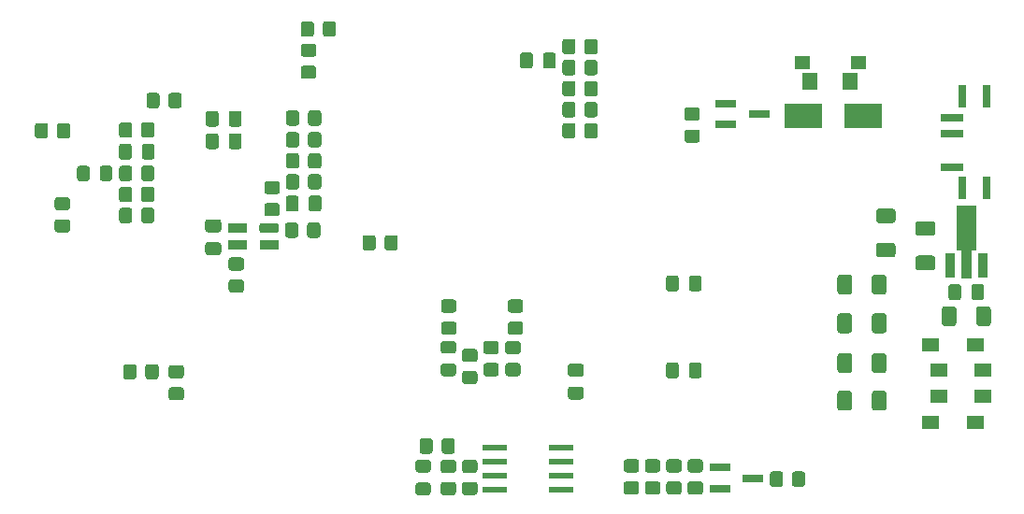
<source format=gtp>
G04 #@! TF.GenerationSoftware,KiCad,Pcbnew,(5.1.8)-1*
G04 #@! TF.CreationDate,2021-07-21T13:57:44+02:00*
G04 #@! TF.ProjectId,sensactHsNano,73656e73-6163-4744-9873-4e616e6f2e6b,rev?*
G04 #@! TF.SameCoordinates,Original*
G04 #@! TF.FileFunction,Paste,Top*
G04 #@! TF.FilePolarity,Positive*
%FSLAX46Y46*%
G04 Gerber Fmt 4.6, Leading zero omitted, Abs format (unit mm)*
G04 Created by KiCad (PCBNEW (5.1.8)-1) date 2021-07-21 13:57:44*
%MOMM*%
%LPD*%
G01*
G04 APERTURE LIST*
%ADD10R,0.800000X2.000000*%
%ADD11R,2.000000X0.700000*%
%ADD12R,1.600000X1.200000*%
%ADD13R,2.200000X0.600000*%
%ADD14C,0.100000*%
%ADD15R,0.900000X2.300000*%
%ADD16R,1.900000X0.800000*%
%ADD17R,3.500000X2.300000*%
%ADD18R,1.400000X1.200000*%
%ADD19R,1.400000X1.600000*%
%ADD20R,1.750000X0.900000*%
G04 APERTURE END LIST*
G36*
G01*
X156953000Y-110674999D02*
X156953000Y-111575001D01*
G75*
G02*
X156703001Y-111825000I-249999J0D01*
G01*
X156002999Y-111825000D01*
G75*
G02*
X155753000Y-111575001I0J249999D01*
G01*
X155753000Y-110674999D01*
G75*
G02*
X156002999Y-110425000I249999J0D01*
G01*
X156703001Y-110425000D01*
G75*
G02*
X156953000Y-110674999I0J-249999D01*
G01*
G37*
G36*
G01*
X158953000Y-110674999D02*
X158953000Y-111575001D01*
G75*
G02*
X158703001Y-111825000I-249999J0D01*
G01*
X158002999Y-111825000D01*
G75*
G02*
X157753000Y-111575001I0J249999D01*
G01*
X157753000Y-110674999D01*
G75*
G02*
X158002999Y-110425000I249999J0D01*
G01*
X158703001Y-110425000D01*
G75*
G02*
X158953000Y-110674999I0J-249999D01*
G01*
G37*
G36*
G01*
X156953000Y-112579999D02*
X156953000Y-113480001D01*
G75*
G02*
X156703001Y-113730000I-249999J0D01*
G01*
X156002999Y-113730000D01*
G75*
G02*
X155753000Y-113480001I0J249999D01*
G01*
X155753000Y-112579999D01*
G75*
G02*
X156002999Y-112330000I249999J0D01*
G01*
X156703001Y-112330000D01*
G75*
G02*
X156953000Y-112579999I0J-249999D01*
G01*
G37*
G36*
G01*
X158953000Y-112579999D02*
X158953000Y-113480001D01*
G75*
G02*
X158703001Y-113730000I-249999J0D01*
G01*
X158002999Y-113730000D01*
G75*
G02*
X157753000Y-113480001I0J249999D01*
G01*
X157753000Y-112579999D01*
G75*
G02*
X158002999Y-112330000I249999J0D01*
G01*
X158703001Y-112330000D01*
G75*
G02*
X158953000Y-112579999I0J-249999D01*
G01*
G37*
D10*
X191930000Y-120126400D03*
X191930000Y-111826400D03*
X194140000Y-111826400D03*
X194140000Y-120126400D03*
D11*
X191030000Y-113726400D03*
X191030000Y-115226400D03*
X191030000Y-118226400D03*
G36*
G01*
X125787999Y-128416000D02*
X126688001Y-128416000D01*
G75*
G02*
X126938000Y-128665999I0J-249999D01*
G01*
X126938000Y-129366001D01*
G75*
G02*
X126688001Y-129616000I-249999J0D01*
G01*
X125787999Y-129616000D01*
G75*
G02*
X125538000Y-129366001I0J249999D01*
G01*
X125538000Y-128665999D01*
G75*
G02*
X125787999Y-128416000I249999J0D01*
G01*
G37*
G36*
G01*
X125787999Y-126416000D02*
X126688001Y-126416000D01*
G75*
G02*
X126938000Y-126665999I0J-249999D01*
G01*
X126938000Y-127366001D01*
G75*
G02*
X126688001Y-127616000I-249999J0D01*
G01*
X125787999Y-127616000D01*
G75*
G02*
X125538000Y-127366001I0J249999D01*
G01*
X125538000Y-126665999D01*
G75*
G02*
X125787999Y-126416000I249999J0D01*
G01*
G37*
D12*
X193820800Y-138988800D03*
X189820800Y-138988800D03*
X189109600Y-141325600D03*
X193109600Y-141325600D03*
G36*
G01*
X187970398Y-126249000D02*
X189270402Y-126249000D01*
G75*
G02*
X189520400Y-126498998I0J-249998D01*
G01*
X189520400Y-127324002D01*
G75*
G02*
X189270402Y-127574000I-249998J0D01*
G01*
X187970398Y-127574000D01*
G75*
G02*
X187720400Y-127324002I0J249998D01*
G01*
X187720400Y-126498998D01*
G75*
G02*
X187970398Y-126249000I249998J0D01*
G01*
G37*
G36*
G01*
X187970398Y-123124000D02*
X189270402Y-123124000D01*
G75*
G02*
X189520400Y-123373998I0J-249998D01*
G01*
X189520400Y-124199002D01*
G75*
G02*
X189270402Y-124449000I-249998J0D01*
G01*
X187970398Y-124449000D01*
G75*
G02*
X187720400Y-124199002I0J249998D01*
G01*
X187720400Y-123373998D01*
G75*
G02*
X187970398Y-123124000I249998J0D01*
G01*
G37*
D13*
X149603200Y-147447000D03*
X149603200Y-146177000D03*
X149603200Y-144907000D03*
X149603200Y-143637000D03*
X155603200Y-143637000D03*
X155603200Y-144907000D03*
X155603200Y-146177000D03*
X155603200Y-147447000D03*
D14*
G36*
X193195300Y-121693400D02*
G01*
X193195300Y-125818400D01*
X192778800Y-125818400D01*
X192778800Y-128293400D01*
X191878800Y-128293400D01*
X191878800Y-125818400D01*
X191462300Y-125818400D01*
X191462300Y-121693400D01*
X193195300Y-121693400D01*
G37*
D15*
X193828800Y-127143400D03*
X190828800Y-127143400D03*
D16*
X173000800Y-146405600D03*
X170000800Y-147355600D03*
X170000800Y-145455600D03*
G36*
G01*
X168242401Y-145904000D02*
X167342399Y-145904000D01*
G75*
G02*
X167092400Y-145654001I0J249999D01*
G01*
X167092400Y-144953999D01*
G75*
G02*
X167342399Y-144704000I249999J0D01*
G01*
X168242401Y-144704000D01*
G75*
G02*
X168492400Y-144953999I0J-249999D01*
G01*
X168492400Y-145654001D01*
G75*
G02*
X168242401Y-145904000I-249999J0D01*
G01*
G37*
G36*
G01*
X168242401Y-147904000D02*
X167342399Y-147904000D01*
G75*
G02*
X167092400Y-147654001I0J249999D01*
G01*
X167092400Y-146953999D01*
G75*
G02*
X167342399Y-146704000I249999J0D01*
G01*
X168242401Y-146704000D01*
G75*
G02*
X168492400Y-146953999I0J-249999D01*
G01*
X168492400Y-147654001D01*
G75*
G02*
X168242401Y-147904000I-249999J0D01*
G01*
G37*
G36*
G01*
X165411999Y-144704000D02*
X166312001Y-144704000D01*
G75*
G02*
X166562000Y-144953999I0J-249999D01*
G01*
X166562000Y-145654001D01*
G75*
G02*
X166312001Y-145904000I-249999J0D01*
G01*
X165411999Y-145904000D01*
G75*
G02*
X165162000Y-145654001I0J249999D01*
G01*
X165162000Y-144953999D01*
G75*
G02*
X165411999Y-144704000I249999J0D01*
G01*
G37*
G36*
G01*
X165411999Y-146704000D02*
X166312001Y-146704000D01*
G75*
G02*
X166562000Y-146953999I0J-249999D01*
G01*
X166562000Y-147654001D01*
G75*
G02*
X166312001Y-147904000I-249999J0D01*
G01*
X165411999Y-147904000D01*
G75*
G02*
X165162000Y-147654001I0J249999D01*
G01*
X165162000Y-146953999D01*
G75*
G02*
X165411999Y-146704000I249999J0D01*
G01*
G37*
G36*
G01*
X175739600Y-146057199D02*
X175739600Y-146957201D01*
G75*
G02*
X175489601Y-147207200I-249999J0D01*
G01*
X174789599Y-147207200D01*
G75*
G02*
X174539600Y-146957201I0J249999D01*
G01*
X174539600Y-146057199D01*
G75*
G02*
X174789599Y-145807200I249999J0D01*
G01*
X175489601Y-145807200D01*
G75*
G02*
X175739600Y-146057199I0J-249999D01*
G01*
G37*
G36*
G01*
X177739600Y-146057199D02*
X177739600Y-146957201D01*
G75*
G02*
X177489601Y-147207200I-249999J0D01*
G01*
X176789599Y-147207200D01*
G75*
G02*
X176539600Y-146957201I0J249999D01*
G01*
X176539600Y-146057199D01*
G75*
G02*
X176789599Y-145807200I249999J0D01*
G01*
X177489601Y-145807200D01*
G75*
G02*
X177739600Y-146057199I0J-249999D01*
G01*
G37*
G36*
G01*
X163481599Y-144704000D02*
X164381601Y-144704000D01*
G75*
G02*
X164631600Y-144953999I0J-249999D01*
G01*
X164631600Y-145654001D01*
G75*
G02*
X164381601Y-145904000I-249999J0D01*
G01*
X163481599Y-145904000D01*
G75*
G02*
X163231600Y-145654001I0J249999D01*
G01*
X163231600Y-144953999D01*
G75*
G02*
X163481599Y-144704000I249999J0D01*
G01*
G37*
G36*
G01*
X163481599Y-146704000D02*
X164381601Y-146704000D01*
G75*
G02*
X164631600Y-146953999I0J-249999D01*
G01*
X164631600Y-147654001D01*
G75*
G02*
X164381601Y-147904000I-249999J0D01*
G01*
X163481599Y-147904000D01*
G75*
G02*
X163231600Y-147654001I0J249999D01*
G01*
X163231600Y-146953999D01*
G75*
G02*
X163481599Y-146704000I249999J0D01*
G01*
G37*
G36*
G01*
X145890401Y-145954800D02*
X144990399Y-145954800D01*
G75*
G02*
X144740400Y-145704801I0J249999D01*
G01*
X144740400Y-145004799D01*
G75*
G02*
X144990399Y-144754800I249999J0D01*
G01*
X145890401Y-144754800D01*
G75*
G02*
X146140400Y-145004799I0J-249999D01*
G01*
X146140400Y-145704801D01*
G75*
G02*
X145890401Y-145954800I-249999J0D01*
G01*
G37*
G36*
G01*
X145890401Y-147954800D02*
X144990399Y-147954800D01*
G75*
G02*
X144740400Y-147704801I0J249999D01*
G01*
X144740400Y-147004799D01*
G75*
G02*
X144990399Y-146754800I249999J0D01*
G01*
X145890401Y-146754800D01*
G75*
G02*
X146140400Y-147004799I0J-249999D01*
G01*
X146140400Y-147704801D01*
G75*
G02*
X145890401Y-147954800I-249999J0D01*
G01*
G37*
G36*
G01*
X161551199Y-144704000D02*
X162451201Y-144704000D01*
G75*
G02*
X162701200Y-144953999I0J-249999D01*
G01*
X162701200Y-145654001D01*
G75*
G02*
X162451201Y-145904000I-249999J0D01*
G01*
X161551199Y-145904000D01*
G75*
G02*
X161301200Y-145654001I0J249999D01*
G01*
X161301200Y-144953999D01*
G75*
G02*
X161551199Y-144704000I249999J0D01*
G01*
G37*
G36*
G01*
X161551199Y-146704000D02*
X162451201Y-146704000D01*
G75*
G02*
X162701200Y-146953999I0J-249999D01*
G01*
X162701200Y-147654001D01*
G75*
G02*
X162451201Y-147904000I-249999J0D01*
G01*
X161551199Y-147904000D01*
G75*
G02*
X161301200Y-147654001I0J249999D01*
G01*
X161301200Y-146953999D01*
G75*
G02*
X161551199Y-146704000I249999J0D01*
G01*
G37*
G36*
G01*
X144824400Y-143960001D02*
X144824400Y-143059999D01*
G75*
G02*
X145074399Y-142810000I249999J0D01*
G01*
X145774401Y-142810000D01*
G75*
G02*
X146024400Y-143059999I0J-249999D01*
G01*
X146024400Y-143960001D01*
G75*
G02*
X145774401Y-144210000I-249999J0D01*
G01*
X145074399Y-144210000D01*
G75*
G02*
X144824400Y-143960001I0J249999D01*
G01*
G37*
G36*
G01*
X142824400Y-143960001D02*
X142824400Y-143059999D01*
G75*
G02*
X143074399Y-142810000I249999J0D01*
G01*
X143774401Y-142810000D01*
G75*
G02*
X144024400Y-143059999I0J-249999D01*
G01*
X144024400Y-143960001D01*
G75*
G02*
X143774401Y-144210000I-249999J0D01*
G01*
X143074399Y-144210000D01*
G75*
G02*
X142824400Y-143960001I0J249999D01*
G01*
G37*
G36*
G01*
X147820801Y-145954800D02*
X146920799Y-145954800D01*
G75*
G02*
X146670800Y-145704801I0J249999D01*
G01*
X146670800Y-145004799D01*
G75*
G02*
X146920799Y-144754800I249999J0D01*
G01*
X147820801Y-144754800D01*
G75*
G02*
X148070800Y-145004799I0J-249999D01*
G01*
X148070800Y-145704801D01*
G75*
G02*
X147820801Y-145954800I-249999J0D01*
G01*
G37*
G36*
G01*
X147820801Y-147954800D02*
X146920799Y-147954800D01*
G75*
G02*
X146670800Y-147704801I0J249999D01*
G01*
X146670800Y-147004799D01*
G75*
G02*
X146920799Y-146754800I249999J0D01*
G01*
X147820801Y-146754800D01*
G75*
G02*
X148070800Y-147004799I0J-249999D01*
G01*
X148070800Y-147704801D01*
G75*
G02*
X147820801Y-147954800I-249999J0D01*
G01*
G37*
G36*
G01*
X148851199Y-135985200D02*
X149751201Y-135985200D01*
G75*
G02*
X150001200Y-136235199I0J-249999D01*
G01*
X150001200Y-136935201D01*
G75*
G02*
X149751201Y-137185200I-249999J0D01*
G01*
X148851199Y-137185200D01*
G75*
G02*
X148601200Y-136935201I0J249999D01*
G01*
X148601200Y-136235199D01*
G75*
G02*
X148851199Y-135985200I249999J0D01*
G01*
G37*
G36*
G01*
X148851199Y-133985200D02*
X149751201Y-133985200D01*
G75*
G02*
X150001200Y-134235199I0J-249999D01*
G01*
X150001200Y-134935201D01*
G75*
G02*
X149751201Y-135185200I-249999J0D01*
G01*
X148851199Y-135185200D01*
G75*
G02*
X148601200Y-134935201I0J249999D01*
G01*
X148601200Y-134235199D01*
G75*
G02*
X148851199Y-133985200I249999J0D01*
G01*
G37*
G36*
G01*
X151732401Y-135185200D02*
X150832399Y-135185200D01*
G75*
G02*
X150582400Y-134935201I0J249999D01*
G01*
X150582400Y-134235199D01*
G75*
G02*
X150832399Y-133985200I249999J0D01*
G01*
X151732401Y-133985200D01*
G75*
G02*
X151982400Y-134235199I0J-249999D01*
G01*
X151982400Y-134935201D01*
G75*
G02*
X151732401Y-135185200I-249999J0D01*
G01*
G37*
G36*
G01*
X151732401Y-137185200D02*
X150832399Y-137185200D01*
G75*
G02*
X150582400Y-136935201I0J249999D01*
G01*
X150582400Y-136235199D01*
G75*
G02*
X150832399Y-135985200I249999J0D01*
G01*
X151732401Y-135985200D01*
G75*
G02*
X151982400Y-136235199I0J-249999D01*
G01*
X151982400Y-136935201D01*
G75*
G02*
X151732401Y-137185200I-249999J0D01*
G01*
G37*
G36*
G01*
X147820801Y-135896400D02*
X146920799Y-135896400D01*
G75*
G02*
X146670800Y-135646401I0J249999D01*
G01*
X146670800Y-134946399D01*
G75*
G02*
X146920799Y-134696400I249999J0D01*
G01*
X147820801Y-134696400D01*
G75*
G02*
X148070800Y-134946399I0J-249999D01*
G01*
X148070800Y-135646401D01*
G75*
G02*
X147820801Y-135896400I-249999J0D01*
G01*
G37*
G36*
G01*
X147820801Y-137896400D02*
X146920799Y-137896400D01*
G75*
G02*
X146670800Y-137646401I0J249999D01*
G01*
X146670800Y-136946399D01*
G75*
G02*
X146920799Y-136696400I249999J0D01*
G01*
X147820801Y-136696400D01*
G75*
G02*
X148070800Y-136946399I0J-249999D01*
G01*
X148070800Y-137646401D01*
G75*
G02*
X147820801Y-137896400I-249999J0D01*
G01*
G37*
D12*
X189128400Y-134315200D03*
X193128400Y-134315200D03*
X193820800Y-136652000D03*
X189820800Y-136652000D03*
G36*
G01*
X142704399Y-146804800D02*
X143604401Y-146804800D01*
G75*
G02*
X143854400Y-147054799I0J-249999D01*
G01*
X143854400Y-147704801D01*
G75*
G02*
X143604401Y-147954800I-249999J0D01*
G01*
X142704399Y-147954800D01*
G75*
G02*
X142454400Y-147704801I0J249999D01*
G01*
X142454400Y-147054799D01*
G75*
G02*
X142704399Y-146804800I249999J0D01*
G01*
G37*
G36*
G01*
X142704399Y-144754800D02*
X143604401Y-144754800D01*
G75*
G02*
X143854400Y-145004799I0J-249999D01*
G01*
X143854400Y-145654801D01*
G75*
G02*
X143604401Y-145904800I-249999J0D01*
G01*
X142704399Y-145904800D01*
G75*
G02*
X142454400Y-145654801I0J249999D01*
G01*
X142454400Y-145004799D01*
G75*
G02*
X142704399Y-144754800I249999J0D01*
G01*
G37*
G36*
G01*
X145890401Y-135135200D02*
X144990399Y-135135200D01*
G75*
G02*
X144740400Y-134885201I0J249999D01*
G01*
X144740400Y-134235199D01*
G75*
G02*
X144990399Y-133985200I249999J0D01*
G01*
X145890401Y-133985200D01*
G75*
G02*
X146140400Y-134235199I0J-249999D01*
G01*
X146140400Y-134885201D01*
G75*
G02*
X145890401Y-135135200I-249999J0D01*
G01*
G37*
G36*
G01*
X145890401Y-137185200D02*
X144990399Y-137185200D01*
G75*
G02*
X144740400Y-136935201I0J249999D01*
G01*
X144740400Y-136285199D01*
G75*
G02*
X144990399Y-136035200I249999J0D01*
G01*
X145890401Y-136035200D01*
G75*
G02*
X146140400Y-136285199I0J-249999D01*
G01*
X146140400Y-136935201D01*
G75*
G02*
X145890401Y-137185200I-249999J0D01*
G01*
G37*
G36*
G01*
X191878800Y-129090400D02*
X191878800Y-130040400D01*
G75*
G02*
X191628800Y-130290400I-250000J0D01*
G01*
X190953800Y-130290400D01*
G75*
G02*
X190703800Y-130040400I0J250000D01*
G01*
X190703800Y-129090400D01*
G75*
G02*
X190953800Y-128840400I250000J0D01*
G01*
X191628800Y-128840400D01*
G75*
G02*
X191878800Y-129090400I0J-250000D01*
G01*
G37*
G36*
G01*
X193953800Y-129090400D02*
X193953800Y-130040400D01*
G75*
G02*
X193703800Y-130290400I-250000J0D01*
G01*
X193028800Y-130290400D01*
G75*
G02*
X192778800Y-130040400I0J250000D01*
G01*
X192778800Y-129090400D01*
G75*
G02*
X193028800Y-128840400I250000J0D01*
G01*
X193703800Y-128840400D01*
G75*
G02*
X193953800Y-129090400I0J-250000D01*
G01*
G37*
G36*
G01*
X191428800Y-131099798D02*
X191428800Y-132399802D01*
G75*
G02*
X191178802Y-132649800I-249998J0D01*
G01*
X190353798Y-132649800D01*
G75*
G02*
X190103800Y-132399802I0J249998D01*
G01*
X190103800Y-131099798D01*
G75*
G02*
X190353798Y-130849800I249998J0D01*
G01*
X191178802Y-130849800D01*
G75*
G02*
X191428800Y-131099798I0J-249998D01*
G01*
G37*
G36*
G01*
X194553800Y-131099798D02*
X194553800Y-132399802D01*
G75*
G02*
X194303802Y-132649800I-249998J0D01*
G01*
X193478798Y-132649800D01*
G75*
G02*
X193228800Y-132399802I0J249998D01*
G01*
X193228800Y-131099798D01*
G75*
G02*
X193478798Y-130849800I249998J0D01*
G01*
X194303802Y-130849800D01*
G75*
G02*
X194553800Y-131099798I0J-249998D01*
G01*
G37*
D17*
X182976500Y-113588800D03*
X177576500Y-113588800D03*
G36*
G01*
X131934000Y-113341999D02*
X131934000Y-114242001D01*
G75*
G02*
X131684001Y-114492000I-249999J0D01*
G01*
X130983999Y-114492000D01*
G75*
G02*
X130734000Y-114242001I0J249999D01*
G01*
X130734000Y-113341999D01*
G75*
G02*
X130983999Y-113092000I249999J0D01*
G01*
X131684001Y-113092000D01*
G75*
G02*
X131934000Y-113341999I0J-249999D01*
G01*
G37*
G36*
G01*
X133934000Y-113341999D02*
X133934000Y-114242001D01*
G75*
G02*
X133684001Y-114492000I-249999J0D01*
G01*
X132983999Y-114492000D01*
G75*
G02*
X132734000Y-114242001I0J249999D01*
G01*
X132734000Y-113341999D01*
G75*
G02*
X132983999Y-113092000I249999J0D01*
G01*
X133684001Y-113092000D01*
G75*
G02*
X133934000Y-113341999I0J-249999D01*
G01*
G37*
G36*
G01*
X145928501Y-131426000D02*
X145028499Y-131426000D01*
G75*
G02*
X144778500Y-131176001I0J249999D01*
G01*
X144778500Y-130475999D01*
G75*
G02*
X145028499Y-130226000I249999J0D01*
G01*
X145928501Y-130226000D01*
G75*
G02*
X146178500Y-130475999I0J-249999D01*
G01*
X146178500Y-131176001D01*
G75*
G02*
X145928501Y-131426000I-249999J0D01*
G01*
G37*
G36*
G01*
X145928501Y-133426000D02*
X145028499Y-133426000D01*
G75*
G02*
X144778500Y-133176001I0J249999D01*
G01*
X144778500Y-132475999D01*
G75*
G02*
X145028499Y-132226000I249999J0D01*
G01*
X145928501Y-132226000D01*
G75*
G02*
X146178500Y-132475999I0J-249999D01*
G01*
X146178500Y-133176001D01*
G75*
G02*
X145928501Y-133426000I-249999J0D01*
G01*
G37*
G36*
G01*
X151961001Y-131426000D02*
X151060999Y-131426000D01*
G75*
G02*
X150811000Y-131176001I0J249999D01*
G01*
X150811000Y-130475999D01*
G75*
G02*
X151060999Y-130226000I249999J0D01*
G01*
X151961001Y-130226000D01*
G75*
G02*
X152211000Y-130475999I0J-249999D01*
G01*
X152211000Y-131176001D01*
G75*
G02*
X151961001Y-131426000I-249999J0D01*
G01*
G37*
G36*
G01*
X151961001Y-133426000D02*
X151060999Y-133426000D01*
G75*
G02*
X150811000Y-133176001I0J249999D01*
G01*
X150811000Y-132475999D01*
G75*
G02*
X151060999Y-132226000I249999J0D01*
G01*
X151961001Y-132226000D01*
G75*
G02*
X152211000Y-132475999I0J-249999D01*
G01*
X152211000Y-133176001D01*
G75*
G02*
X151961001Y-133426000I-249999J0D01*
G01*
G37*
D18*
X182550000Y-108750000D03*
D19*
X181800000Y-110450000D03*
D18*
X177450000Y-108750000D03*
D19*
X178200000Y-110450000D03*
G36*
G01*
X132328499Y-109048500D02*
X133228501Y-109048500D01*
G75*
G02*
X133478500Y-109298499I0J-249999D01*
G01*
X133478500Y-109998501D01*
G75*
G02*
X133228501Y-110248500I-249999J0D01*
G01*
X132328499Y-110248500D01*
G75*
G02*
X132078500Y-109998501I0J249999D01*
G01*
X132078500Y-109298499D01*
G75*
G02*
X132328499Y-109048500I249999J0D01*
G01*
G37*
G36*
G01*
X132328499Y-107048500D02*
X133228501Y-107048500D01*
G75*
G02*
X133478500Y-107298499I0J-249999D01*
G01*
X133478500Y-107998501D01*
G75*
G02*
X133228501Y-108248500I-249999J0D01*
G01*
X132328499Y-108248500D01*
G75*
G02*
X132078500Y-107998501I0J249999D01*
G01*
X132078500Y-107298499D01*
G75*
G02*
X132328499Y-107048500I249999J0D01*
G01*
G37*
G36*
G01*
X134067500Y-106177501D02*
X134067500Y-105277499D01*
G75*
G02*
X134317499Y-105027500I249999J0D01*
G01*
X135017501Y-105027500D01*
G75*
G02*
X135267500Y-105277499I0J-249999D01*
G01*
X135267500Y-106177501D01*
G75*
G02*
X135017501Y-106427500I-249999J0D01*
G01*
X134317499Y-106427500D01*
G75*
G02*
X134067500Y-106177501I0J249999D01*
G01*
G37*
G36*
G01*
X132067500Y-106177501D02*
X132067500Y-105277499D01*
G75*
G02*
X132317499Y-105027500I249999J0D01*
G01*
X133017501Y-105027500D01*
G75*
G02*
X133267500Y-105277499I0J-249999D01*
G01*
X133267500Y-106177501D01*
G75*
G02*
X133017501Y-106427500I-249999J0D01*
G01*
X132317499Y-106427500D01*
G75*
G02*
X132067500Y-106177501I0J249999D01*
G01*
G37*
G36*
G01*
X156953000Y-108769999D02*
X156953000Y-109670001D01*
G75*
G02*
X156703001Y-109920000I-249999J0D01*
G01*
X156002999Y-109920000D01*
G75*
G02*
X155753000Y-109670001I0J249999D01*
G01*
X155753000Y-108769999D01*
G75*
G02*
X156002999Y-108520000I249999J0D01*
G01*
X156703001Y-108520000D01*
G75*
G02*
X156953000Y-108769999I0J-249999D01*
G01*
G37*
G36*
G01*
X158953000Y-108769999D02*
X158953000Y-109670001D01*
G75*
G02*
X158703001Y-109920000I-249999J0D01*
G01*
X158002999Y-109920000D01*
G75*
G02*
X157753000Y-109670001I0J249999D01*
G01*
X157753000Y-108769999D01*
G75*
G02*
X158002999Y-108520000I249999J0D01*
G01*
X158703001Y-108520000D01*
G75*
G02*
X158953000Y-108769999I0J-249999D01*
G01*
G37*
D16*
X173585000Y-113411000D03*
X170585000Y-114361000D03*
X170585000Y-112461000D03*
G36*
G01*
X123667500Y-125037000D02*
X124617500Y-125037000D01*
G75*
G02*
X124867500Y-125287000I0J-250000D01*
G01*
X124867500Y-125962000D01*
G75*
G02*
X124617500Y-126212000I-250000J0D01*
G01*
X123667500Y-126212000D01*
G75*
G02*
X123417500Y-125962000I0J250000D01*
G01*
X123417500Y-125287000D01*
G75*
G02*
X123667500Y-125037000I250000J0D01*
G01*
G37*
G36*
G01*
X123667500Y-122962000D02*
X124617500Y-122962000D01*
G75*
G02*
X124867500Y-123212000I0J-250000D01*
G01*
X124867500Y-123887000D01*
G75*
G02*
X124617500Y-124137000I-250000J0D01*
G01*
X123667500Y-124137000D01*
G75*
G02*
X123417500Y-123887000I0J250000D01*
G01*
X123417500Y-123212000D01*
G75*
G02*
X123667500Y-122962000I250000J0D01*
G01*
G37*
G36*
G01*
X156953000Y-106864999D02*
X156953000Y-107765001D01*
G75*
G02*
X156703001Y-108015000I-249999J0D01*
G01*
X156002999Y-108015000D01*
G75*
G02*
X155753000Y-107765001I0J249999D01*
G01*
X155753000Y-106864999D01*
G75*
G02*
X156002999Y-106615000I249999J0D01*
G01*
X156703001Y-106615000D01*
G75*
G02*
X156953000Y-106864999I0J-249999D01*
G01*
G37*
G36*
G01*
X158953000Y-106864999D02*
X158953000Y-107765001D01*
G75*
G02*
X158703001Y-108015000I-249999J0D01*
G01*
X158002999Y-108015000D01*
G75*
G02*
X157753000Y-107765001I0J249999D01*
G01*
X157753000Y-106864999D01*
G75*
G02*
X158002999Y-106615000I249999J0D01*
G01*
X158703001Y-106615000D01*
G75*
G02*
X158953000Y-106864999I0J-249999D01*
G01*
G37*
G36*
G01*
X153093000Y-108110000D02*
X153093000Y-109060000D01*
G75*
G02*
X152843000Y-109310000I-250000J0D01*
G01*
X152168000Y-109310000D01*
G75*
G02*
X151918000Y-109060000I0J250000D01*
G01*
X151918000Y-108110000D01*
G75*
G02*
X152168000Y-107860000I250000J0D01*
G01*
X152843000Y-107860000D01*
G75*
G02*
X153093000Y-108110000I0J-250000D01*
G01*
G37*
G36*
G01*
X155168000Y-108110000D02*
X155168000Y-109060000D01*
G75*
G02*
X154918000Y-109310000I-250000J0D01*
G01*
X154243000Y-109310000D01*
G75*
G02*
X153993000Y-109060000I0J250000D01*
G01*
X153993000Y-108110000D01*
G75*
G02*
X154243000Y-107860000I250000J0D01*
G01*
X154918000Y-107860000D01*
G75*
G02*
X155168000Y-108110000I0J-250000D01*
G01*
G37*
G36*
G01*
X138855500Y-124644999D02*
X138855500Y-125545001D01*
G75*
G02*
X138605501Y-125795000I-249999J0D01*
G01*
X137905499Y-125795000D01*
G75*
G02*
X137655500Y-125545001I0J249999D01*
G01*
X137655500Y-124644999D01*
G75*
G02*
X137905499Y-124395000I249999J0D01*
G01*
X138605501Y-124395000D01*
G75*
G02*
X138855500Y-124644999I0J-249999D01*
G01*
G37*
G36*
G01*
X140855500Y-124644999D02*
X140855500Y-125545001D01*
G75*
G02*
X140605501Y-125795000I-249999J0D01*
G01*
X139905499Y-125795000D01*
G75*
G02*
X139655500Y-125545001I0J249999D01*
G01*
X139655500Y-124644999D01*
G75*
G02*
X139905499Y-124395000I249999J0D01*
G01*
X140605501Y-124395000D01*
G75*
G02*
X140855500Y-124644999I0J-249999D01*
G01*
G37*
G36*
G01*
X131854500Y-123501999D02*
X131854500Y-124402001D01*
G75*
G02*
X131604501Y-124652000I-249999J0D01*
G01*
X130904499Y-124652000D01*
G75*
G02*
X130654500Y-124402001I0J249999D01*
G01*
X130654500Y-123501999D01*
G75*
G02*
X130904499Y-123252000I249999J0D01*
G01*
X131604501Y-123252000D01*
G75*
G02*
X131854500Y-123501999I0J-249999D01*
G01*
G37*
G36*
G01*
X133854500Y-123501999D02*
X133854500Y-124402001D01*
G75*
G02*
X133604501Y-124652000I-249999J0D01*
G01*
X132904499Y-124652000D01*
G75*
G02*
X132654500Y-124402001I0J249999D01*
G01*
X132654500Y-123501999D01*
G75*
G02*
X132904499Y-123252000I249999J0D01*
G01*
X133604501Y-123252000D01*
G75*
G02*
X133854500Y-123501999I0J-249999D01*
G01*
G37*
G36*
G01*
X109201000Y-114484999D02*
X109201000Y-115385001D01*
G75*
G02*
X108951001Y-115635000I-249999J0D01*
G01*
X108250999Y-115635000D01*
G75*
G02*
X108001000Y-115385001I0J249999D01*
G01*
X108001000Y-114484999D01*
G75*
G02*
X108250999Y-114235000I249999J0D01*
G01*
X108951001Y-114235000D01*
G75*
G02*
X109201000Y-114484999I0J-249999D01*
G01*
G37*
G36*
G01*
X111201000Y-114484999D02*
X111201000Y-115385001D01*
G75*
G02*
X110951001Y-115635000I-249999J0D01*
G01*
X110250999Y-115635000D01*
G75*
G02*
X110001000Y-115385001I0J249999D01*
G01*
X110001000Y-114484999D01*
G75*
G02*
X110250999Y-114235000I249999J0D01*
G01*
X110951001Y-114235000D01*
G75*
G02*
X111201000Y-114484999I0J-249999D01*
G01*
G37*
G36*
G01*
X110940001Y-122155000D02*
X110039999Y-122155000D01*
G75*
G02*
X109790000Y-121905001I0J249999D01*
G01*
X109790000Y-121204999D01*
G75*
G02*
X110039999Y-120955000I249999J0D01*
G01*
X110940001Y-120955000D01*
G75*
G02*
X111190000Y-121204999I0J-249999D01*
G01*
X111190000Y-121905001D01*
G75*
G02*
X110940001Y-122155000I-249999J0D01*
G01*
G37*
G36*
G01*
X110940001Y-124155000D02*
X110039999Y-124155000D01*
G75*
G02*
X109790000Y-123905001I0J249999D01*
G01*
X109790000Y-123204999D01*
G75*
G02*
X110039999Y-122955000I249999J0D01*
G01*
X110940001Y-122955000D01*
G75*
G02*
X111190000Y-123204999I0J-249999D01*
G01*
X111190000Y-123905001D01*
G75*
G02*
X110940001Y-124155000I-249999J0D01*
G01*
G37*
G36*
G01*
X117621000Y-115321501D02*
X117621000Y-114421499D01*
G75*
G02*
X117870999Y-114171500I249999J0D01*
G01*
X118571001Y-114171500D01*
G75*
G02*
X118821000Y-114421499I0J-249999D01*
G01*
X118821000Y-115321501D01*
G75*
G02*
X118571001Y-115571500I-249999J0D01*
G01*
X117870999Y-115571500D01*
G75*
G02*
X117621000Y-115321501I0J249999D01*
G01*
G37*
G36*
G01*
X115621000Y-115321501D02*
X115621000Y-114421499D01*
G75*
G02*
X115870999Y-114171500I249999J0D01*
G01*
X116571001Y-114171500D01*
G75*
G02*
X116821000Y-114421499I0J-249999D01*
G01*
X116821000Y-115321501D01*
G75*
G02*
X116571001Y-115571500I-249999J0D01*
G01*
X115870999Y-115571500D01*
G75*
G02*
X115621000Y-115321501I0J249999D01*
G01*
G37*
G36*
G01*
X117621000Y-119258501D02*
X117621000Y-118358499D01*
G75*
G02*
X117870999Y-118108500I249999J0D01*
G01*
X118571001Y-118108500D01*
G75*
G02*
X118821000Y-118358499I0J-249999D01*
G01*
X118821000Y-119258501D01*
G75*
G02*
X118571001Y-119508500I-249999J0D01*
G01*
X117870999Y-119508500D01*
G75*
G02*
X117621000Y-119258501I0J249999D01*
G01*
G37*
G36*
G01*
X115621000Y-119258501D02*
X115621000Y-118358499D01*
G75*
G02*
X115870999Y-118108500I249999J0D01*
G01*
X116571001Y-118108500D01*
G75*
G02*
X116821000Y-118358499I0J-249999D01*
G01*
X116821000Y-119258501D01*
G75*
G02*
X116571001Y-119508500I-249999J0D01*
G01*
X115870999Y-119508500D01*
G75*
G02*
X115621000Y-119258501I0J249999D01*
G01*
G37*
G36*
G01*
X117621000Y-121163501D02*
X117621000Y-120263499D01*
G75*
G02*
X117870999Y-120013500I249999J0D01*
G01*
X118571001Y-120013500D01*
G75*
G02*
X118821000Y-120263499I0J-249999D01*
G01*
X118821000Y-121163501D01*
G75*
G02*
X118571001Y-121413500I-249999J0D01*
G01*
X117870999Y-121413500D01*
G75*
G02*
X117621000Y-121163501I0J249999D01*
G01*
G37*
G36*
G01*
X115621000Y-121163501D02*
X115621000Y-120263499D01*
G75*
G02*
X115870999Y-120013500I249999J0D01*
G01*
X116571001Y-120013500D01*
G75*
G02*
X116821000Y-120263499I0J-249999D01*
G01*
X116821000Y-121163501D01*
G75*
G02*
X116571001Y-121413500I-249999J0D01*
G01*
X115870999Y-121413500D01*
G75*
G02*
X115621000Y-121163501I0J249999D01*
G01*
G37*
G36*
G01*
X120097500Y-112654501D02*
X120097500Y-111754499D01*
G75*
G02*
X120347499Y-111504500I249999J0D01*
G01*
X121047501Y-111504500D01*
G75*
G02*
X121297500Y-111754499I0J-249999D01*
G01*
X121297500Y-112654501D01*
G75*
G02*
X121047501Y-112904500I-249999J0D01*
G01*
X120347499Y-112904500D01*
G75*
G02*
X120097500Y-112654501I0J249999D01*
G01*
G37*
G36*
G01*
X118097500Y-112654501D02*
X118097500Y-111754499D01*
G75*
G02*
X118347499Y-111504500I249999J0D01*
G01*
X119047501Y-111504500D01*
G75*
G02*
X119297500Y-111754499I0J-249999D01*
G01*
X119297500Y-112654501D01*
G75*
G02*
X119047501Y-112904500I-249999J0D01*
G01*
X118347499Y-112904500D01*
G75*
G02*
X118097500Y-112654501I0J249999D01*
G01*
G37*
G36*
G01*
X117621000Y-123068501D02*
X117621000Y-122168499D01*
G75*
G02*
X117870999Y-121918500I249999J0D01*
G01*
X118571001Y-121918500D01*
G75*
G02*
X118821000Y-122168499I0J-249999D01*
G01*
X118821000Y-123068501D01*
G75*
G02*
X118571001Y-123318500I-249999J0D01*
G01*
X117870999Y-123318500D01*
G75*
G02*
X117621000Y-123068501I0J249999D01*
G01*
G37*
G36*
G01*
X115621000Y-123068501D02*
X115621000Y-122168499D01*
G75*
G02*
X115870999Y-121918500I249999J0D01*
G01*
X116571001Y-121918500D01*
G75*
G02*
X116821000Y-122168499I0J-249999D01*
G01*
X116821000Y-123068501D01*
G75*
G02*
X116571001Y-123318500I-249999J0D01*
G01*
X115870999Y-123318500D01*
G75*
G02*
X115621000Y-123068501I0J249999D01*
G01*
G37*
G36*
G01*
X129926501Y-120694500D02*
X129026499Y-120694500D01*
G75*
G02*
X128776500Y-120444501I0J249999D01*
G01*
X128776500Y-119744499D01*
G75*
G02*
X129026499Y-119494500I249999J0D01*
G01*
X129926501Y-119494500D01*
G75*
G02*
X130176500Y-119744499I0J-249999D01*
G01*
X130176500Y-120444501D01*
G75*
G02*
X129926501Y-120694500I-249999J0D01*
G01*
G37*
G36*
G01*
X129926501Y-122694500D02*
X129026499Y-122694500D01*
G75*
G02*
X128776500Y-122444501I0J249999D01*
G01*
X128776500Y-121744499D01*
G75*
G02*
X129026499Y-121494500I249999J0D01*
G01*
X129926501Y-121494500D01*
G75*
G02*
X130176500Y-121744499I0J-249999D01*
G01*
X130176500Y-122444501D01*
G75*
G02*
X129926501Y-122694500I-249999J0D01*
G01*
G37*
G36*
G01*
X131934000Y-119120499D02*
X131934000Y-120020501D01*
G75*
G02*
X131684001Y-120270500I-249999J0D01*
G01*
X130983999Y-120270500D01*
G75*
G02*
X130734000Y-120020501I0J249999D01*
G01*
X130734000Y-119120499D01*
G75*
G02*
X130983999Y-118870500I249999J0D01*
G01*
X131684001Y-118870500D01*
G75*
G02*
X131934000Y-119120499I0J-249999D01*
G01*
G37*
G36*
G01*
X133934000Y-119120499D02*
X133934000Y-120020501D01*
G75*
G02*
X133684001Y-120270500I-249999J0D01*
G01*
X132983999Y-120270500D01*
G75*
G02*
X132734000Y-120020501I0J249999D01*
G01*
X132734000Y-119120499D01*
G75*
G02*
X132983999Y-118870500I249999J0D01*
G01*
X133684001Y-118870500D01*
G75*
G02*
X133934000Y-119120499I0J-249999D01*
G01*
G37*
G36*
G01*
X131934000Y-115310499D02*
X131934000Y-116210501D01*
G75*
G02*
X131684001Y-116460500I-249999J0D01*
G01*
X130983999Y-116460500D01*
G75*
G02*
X130734000Y-116210501I0J249999D01*
G01*
X130734000Y-115310499D01*
G75*
G02*
X130983999Y-115060500I249999J0D01*
G01*
X131684001Y-115060500D01*
G75*
G02*
X131934000Y-115310499I0J-249999D01*
G01*
G37*
G36*
G01*
X133934000Y-115310499D02*
X133934000Y-116210501D01*
G75*
G02*
X133684001Y-116460500I-249999J0D01*
G01*
X132983999Y-116460500D01*
G75*
G02*
X132734000Y-116210501I0J249999D01*
G01*
X132734000Y-115310499D01*
G75*
G02*
X132983999Y-115060500I249999J0D01*
G01*
X133684001Y-115060500D01*
G75*
G02*
X133934000Y-115310499I0J-249999D01*
G01*
G37*
G36*
G01*
X132734000Y-118115501D02*
X132734000Y-117215499D01*
G75*
G02*
X132983999Y-116965500I249999J0D01*
G01*
X133684001Y-116965500D01*
G75*
G02*
X133934000Y-117215499I0J-249999D01*
G01*
X133934000Y-118115501D01*
G75*
G02*
X133684001Y-118365500I-249999J0D01*
G01*
X132983999Y-118365500D01*
G75*
G02*
X132734000Y-118115501I0J249999D01*
G01*
G37*
G36*
G01*
X130734000Y-118115501D02*
X130734000Y-117215499D01*
G75*
G02*
X130983999Y-116965500I249999J0D01*
G01*
X131684001Y-116965500D01*
G75*
G02*
X131934000Y-117215499I0J-249999D01*
G01*
X131934000Y-118115501D01*
G75*
G02*
X131684001Y-118365500I-249999J0D01*
G01*
X130983999Y-118365500D01*
G75*
G02*
X130734000Y-118115501I0J249999D01*
G01*
G37*
G36*
G01*
X185664001Y-123306000D02*
X184413999Y-123306000D01*
G75*
G02*
X184164000Y-123056001I0J249999D01*
G01*
X184164000Y-122255999D01*
G75*
G02*
X184413999Y-122006000I249999J0D01*
G01*
X185664001Y-122006000D01*
G75*
G02*
X185914000Y-122255999I0J-249999D01*
G01*
X185914000Y-123056001D01*
G75*
G02*
X185664001Y-123306000I-249999J0D01*
G01*
G37*
G36*
G01*
X185664001Y-126406000D02*
X184413999Y-126406000D01*
G75*
G02*
X184164000Y-126156001I0J249999D01*
G01*
X184164000Y-125355999D01*
G75*
G02*
X184413999Y-125106000I249999J0D01*
G01*
X185664001Y-125106000D01*
G75*
G02*
X185914000Y-125355999I0J-249999D01*
G01*
X185914000Y-126156001D01*
G75*
G02*
X185664001Y-126406000I-249999J0D01*
G01*
G37*
G36*
G01*
X117202000Y-136328999D02*
X117202000Y-137229001D01*
G75*
G02*
X116952001Y-137479000I-249999J0D01*
G01*
X116251999Y-137479000D01*
G75*
G02*
X116002000Y-137229001I0J249999D01*
G01*
X116002000Y-136328999D01*
G75*
G02*
X116251999Y-136079000I249999J0D01*
G01*
X116952001Y-136079000D01*
G75*
G02*
X117202000Y-136328999I0J-249999D01*
G01*
G37*
G36*
G01*
X119202000Y-136328999D02*
X119202000Y-137229001D01*
G75*
G02*
X118952001Y-137479000I-249999J0D01*
G01*
X118251999Y-137479000D01*
G75*
G02*
X118002000Y-137229001I0J249999D01*
G01*
X118002000Y-136328999D01*
G75*
G02*
X118251999Y-136079000I249999J0D01*
G01*
X118952001Y-136079000D01*
G75*
G02*
X119202000Y-136328999I0J-249999D01*
G01*
G37*
G36*
G01*
X167963001Y-114027000D02*
X167062999Y-114027000D01*
G75*
G02*
X166813000Y-113777001I0J249999D01*
G01*
X166813000Y-113076999D01*
G75*
G02*
X167062999Y-112827000I249999J0D01*
G01*
X167963001Y-112827000D01*
G75*
G02*
X168213000Y-113076999I0J-249999D01*
G01*
X168213000Y-113777001D01*
G75*
G02*
X167963001Y-114027000I-249999J0D01*
G01*
G37*
G36*
G01*
X167963001Y-116027000D02*
X167062999Y-116027000D01*
G75*
G02*
X166813000Y-115777001I0J249999D01*
G01*
X166813000Y-115076999D01*
G75*
G02*
X167062999Y-114827000I249999J0D01*
G01*
X167963001Y-114827000D01*
G75*
G02*
X168213000Y-115076999I0J-249999D01*
G01*
X168213000Y-115777001D01*
G75*
G02*
X167963001Y-116027000I-249999J0D01*
G01*
G37*
G36*
G01*
X156953000Y-114484999D02*
X156953000Y-115385001D01*
G75*
G02*
X156703001Y-115635000I-249999J0D01*
G01*
X156002999Y-115635000D01*
G75*
G02*
X155753000Y-115385001I0J249999D01*
G01*
X155753000Y-114484999D01*
G75*
G02*
X156002999Y-114235000I249999J0D01*
G01*
X156703001Y-114235000D01*
G75*
G02*
X156953000Y-114484999I0J-249999D01*
G01*
G37*
G36*
G01*
X158953000Y-114484999D02*
X158953000Y-115385001D01*
G75*
G02*
X158703001Y-115635000I-249999J0D01*
G01*
X158002999Y-115635000D01*
G75*
G02*
X157753000Y-115385001I0J249999D01*
G01*
X157753000Y-114484999D01*
G75*
G02*
X158002999Y-114235000I249999J0D01*
G01*
X158703001Y-114235000D01*
G75*
G02*
X158953000Y-114484999I0J-249999D01*
G01*
G37*
G36*
G01*
X120352399Y-138169600D02*
X121252401Y-138169600D01*
G75*
G02*
X121502400Y-138419599I0J-249999D01*
G01*
X121502400Y-139119601D01*
G75*
G02*
X121252401Y-139369600I-249999J0D01*
G01*
X120352399Y-139369600D01*
G75*
G02*
X120102400Y-139119601I0J249999D01*
G01*
X120102400Y-138419599D01*
G75*
G02*
X120352399Y-138169600I249999J0D01*
G01*
G37*
G36*
G01*
X120352399Y-136169600D02*
X121252401Y-136169600D01*
G75*
G02*
X121502400Y-136419599I0J-249999D01*
G01*
X121502400Y-137119601D01*
G75*
G02*
X121252401Y-137369600I-249999J0D01*
G01*
X120352399Y-137369600D01*
G75*
G02*
X120102400Y-137119601I0J249999D01*
G01*
X120102400Y-136419599D01*
G75*
G02*
X120352399Y-136169600I249999J0D01*
G01*
G37*
G36*
G01*
X167201000Y-129253000D02*
X167201000Y-128303000D01*
G75*
G02*
X167451000Y-128053000I250000J0D01*
G01*
X168126000Y-128053000D01*
G75*
G02*
X168376000Y-128303000I0J-250000D01*
G01*
X168376000Y-129253000D01*
G75*
G02*
X168126000Y-129503000I-250000J0D01*
G01*
X167451000Y-129503000D01*
G75*
G02*
X167201000Y-129253000I0J250000D01*
G01*
G37*
G36*
G01*
X165126000Y-129253000D02*
X165126000Y-128303000D01*
G75*
G02*
X165376000Y-128053000I250000J0D01*
G01*
X166051000Y-128053000D01*
G75*
G02*
X166301000Y-128303000I0J-250000D01*
G01*
X166301000Y-129253000D01*
G75*
G02*
X166051000Y-129503000I-250000J0D01*
G01*
X165376000Y-129503000D01*
G75*
G02*
X165126000Y-129253000I0J250000D01*
G01*
G37*
G36*
G01*
X167201000Y-137127000D02*
X167201000Y-136177000D01*
G75*
G02*
X167451000Y-135927000I250000J0D01*
G01*
X168126000Y-135927000D01*
G75*
G02*
X168376000Y-136177000I0J-250000D01*
G01*
X168376000Y-137127000D01*
G75*
G02*
X168126000Y-137377000I-250000J0D01*
G01*
X167451000Y-137377000D01*
G75*
G02*
X167201000Y-137127000I0J250000D01*
G01*
G37*
G36*
G01*
X165126000Y-137127000D02*
X165126000Y-136177000D01*
G75*
G02*
X165376000Y-135927000I250000J0D01*
G01*
X166051000Y-135927000D01*
G75*
G02*
X166301000Y-136177000I0J-250000D01*
G01*
X166301000Y-137127000D01*
G75*
G02*
X166051000Y-137377000I-250000J0D01*
G01*
X165376000Y-137377000D01*
G75*
G02*
X165126000Y-137127000I0J250000D01*
G01*
G37*
G36*
G01*
X156497000Y-138118000D02*
X157447000Y-138118000D01*
G75*
G02*
X157697000Y-138368000I0J-250000D01*
G01*
X157697000Y-139043000D01*
G75*
G02*
X157447000Y-139293000I-250000J0D01*
G01*
X156497000Y-139293000D01*
G75*
G02*
X156247000Y-139043000I0J250000D01*
G01*
X156247000Y-138368000D01*
G75*
G02*
X156497000Y-138118000I250000J0D01*
G01*
G37*
G36*
G01*
X156497000Y-136043000D02*
X157447000Y-136043000D01*
G75*
G02*
X157697000Y-136293000I0J-250000D01*
G01*
X157697000Y-136968000D01*
G75*
G02*
X157447000Y-137218000I-250000J0D01*
G01*
X156497000Y-137218000D01*
G75*
G02*
X156247000Y-136968000I0J250000D01*
G01*
X156247000Y-136293000D01*
G75*
G02*
X156497000Y-136043000I250000J0D01*
G01*
G37*
G36*
G01*
X116771000Y-116365000D02*
X116771000Y-117315000D01*
G75*
G02*
X116521000Y-117565000I-250000J0D01*
G01*
X115846000Y-117565000D01*
G75*
G02*
X115596000Y-117315000I0J250000D01*
G01*
X115596000Y-116365000D01*
G75*
G02*
X115846000Y-116115000I250000J0D01*
G01*
X116521000Y-116115000D01*
G75*
G02*
X116771000Y-116365000I0J-250000D01*
G01*
G37*
G36*
G01*
X118846000Y-116365000D02*
X118846000Y-117315000D01*
G75*
G02*
X118596000Y-117565000I-250000J0D01*
G01*
X117921000Y-117565000D01*
G75*
G02*
X117671000Y-117315000I0J250000D01*
G01*
X117671000Y-116365000D01*
G75*
G02*
X117921000Y-116115000I250000J0D01*
G01*
X118596000Y-116115000D01*
G75*
G02*
X118846000Y-116365000I0J-250000D01*
G01*
G37*
G36*
G01*
X125545000Y-116362500D02*
X125545000Y-115412500D01*
G75*
G02*
X125795000Y-115162500I250000J0D01*
G01*
X126470000Y-115162500D01*
G75*
G02*
X126720000Y-115412500I0J-250000D01*
G01*
X126720000Y-116362500D01*
G75*
G02*
X126470000Y-116612500I-250000J0D01*
G01*
X125795000Y-116612500D01*
G75*
G02*
X125545000Y-116362500I0J250000D01*
G01*
G37*
G36*
G01*
X123470000Y-116362500D02*
X123470000Y-115412500D01*
G75*
G02*
X123720000Y-115162500I250000J0D01*
G01*
X124395000Y-115162500D01*
G75*
G02*
X124645000Y-115412500I0J-250000D01*
G01*
X124645000Y-116362500D01*
G75*
G02*
X124395000Y-116612500I-250000J0D01*
G01*
X123720000Y-116612500D01*
G75*
G02*
X123470000Y-116362500I0J250000D01*
G01*
G37*
G36*
G01*
X125545000Y-114330500D02*
X125545000Y-113380500D01*
G75*
G02*
X125795000Y-113130500I250000J0D01*
G01*
X126470000Y-113130500D01*
G75*
G02*
X126720000Y-113380500I0J-250000D01*
G01*
X126720000Y-114330500D01*
G75*
G02*
X126470000Y-114580500I-250000J0D01*
G01*
X125795000Y-114580500D01*
G75*
G02*
X125545000Y-114330500I0J250000D01*
G01*
G37*
G36*
G01*
X123470000Y-114330500D02*
X123470000Y-113380500D01*
G75*
G02*
X123720000Y-113130500I250000J0D01*
G01*
X124395000Y-113130500D01*
G75*
G02*
X124645000Y-113380500I0J-250000D01*
G01*
X124645000Y-114330500D01*
G75*
G02*
X124395000Y-114580500I-250000J0D01*
G01*
X123720000Y-114580500D01*
G75*
G02*
X123470000Y-114330500I0J250000D01*
G01*
G37*
G36*
G01*
X132784000Y-122014000D02*
X132784000Y-121064000D01*
G75*
G02*
X133034000Y-120814000I250000J0D01*
G01*
X133709000Y-120814000D01*
G75*
G02*
X133959000Y-121064000I0J-250000D01*
G01*
X133959000Y-122014000D01*
G75*
G02*
X133709000Y-122264000I-250000J0D01*
G01*
X133034000Y-122264000D01*
G75*
G02*
X132784000Y-122014000I0J250000D01*
G01*
G37*
G36*
G01*
X130709000Y-122014000D02*
X130709000Y-121064000D01*
G75*
G02*
X130959000Y-120814000I250000J0D01*
G01*
X131634000Y-120814000D01*
G75*
G02*
X131884000Y-121064000I0J-250000D01*
G01*
X131884000Y-122014000D01*
G75*
G02*
X131634000Y-122264000I-250000J0D01*
G01*
X130959000Y-122264000D01*
G75*
G02*
X130709000Y-122014000I0J250000D01*
G01*
G37*
D20*
X126312000Y-123748500D03*
G36*
G01*
X128337000Y-123973500D02*
X128337000Y-123523500D01*
G75*
G02*
X128562000Y-123298500I225000J0D01*
G01*
X129862000Y-123298500D01*
G75*
G02*
X130087000Y-123523500I0J-225000D01*
G01*
X130087000Y-123973500D01*
G75*
G02*
X129862000Y-124198500I-225000J0D01*
G01*
X128562000Y-124198500D01*
G75*
G02*
X128337000Y-123973500I0J225000D01*
G01*
G37*
X129212000Y-125298500D03*
X126312000Y-125298500D03*
G36*
G01*
X112961000Y-118358499D02*
X112961000Y-119258501D01*
G75*
G02*
X112711001Y-119508500I-249999J0D01*
G01*
X112060999Y-119508500D01*
G75*
G02*
X111811000Y-119258501I0J249999D01*
G01*
X111811000Y-118358499D01*
G75*
G02*
X112060999Y-118108500I249999J0D01*
G01*
X112711001Y-118108500D01*
G75*
G02*
X112961000Y-118358499I0J-249999D01*
G01*
G37*
G36*
G01*
X115011000Y-118358499D02*
X115011000Y-119258501D01*
G75*
G02*
X114761001Y-119508500I-249999J0D01*
G01*
X114110999Y-119508500D01*
G75*
G02*
X113861000Y-119258501I0J249999D01*
G01*
X113861000Y-118358499D01*
G75*
G02*
X114110999Y-118108500I249999J0D01*
G01*
X114761001Y-118108500D01*
G75*
G02*
X115011000Y-118358499I0J-249999D01*
G01*
G37*
G36*
G01*
X183780000Y-129529602D02*
X183780000Y-128229598D01*
G75*
G02*
X184029998Y-127979600I249998J0D01*
G01*
X184855002Y-127979600D01*
G75*
G02*
X185105000Y-128229598I0J-249998D01*
G01*
X185105000Y-129529602D01*
G75*
G02*
X184855002Y-129779600I-249998J0D01*
G01*
X184029998Y-129779600D01*
G75*
G02*
X183780000Y-129529602I0J249998D01*
G01*
G37*
G36*
G01*
X180655000Y-129529602D02*
X180655000Y-128229598D01*
G75*
G02*
X180904998Y-127979600I249998J0D01*
G01*
X181730002Y-127979600D01*
G75*
G02*
X181980000Y-128229598I0J-249998D01*
G01*
X181980000Y-129529602D01*
G75*
G02*
X181730002Y-129779600I-249998J0D01*
G01*
X180904998Y-129779600D01*
G75*
G02*
X180655000Y-129529602I0J249998D01*
G01*
G37*
G36*
G01*
X183780000Y-140045202D02*
X183780000Y-138745198D01*
G75*
G02*
X184029998Y-138495200I249998J0D01*
G01*
X184855002Y-138495200D01*
G75*
G02*
X185105000Y-138745198I0J-249998D01*
G01*
X185105000Y-140045202D01*
G75*
G02*
X184855002Y-140295200I-249998J0D01*
G01*
X184029998Y-140295200D01*
G75*
G02*
X183780000Y-140045202I0J249998D01*
G01*
G37*
G36*
G01*
X180655000Y-140045202D02*
X180655000Y-138745198D01*
G75*
G02*
X180904998Y-138495200I249998J0D01*
G01*
X181730002Y-138495200D01*
G75*
G02*
X181980000Y-138745198I0J-249998D01*
G01*
X181980000Y-140045202D01*
G75*
G02*
X181730002Y-140295200I-249998J0D01*
G01*
X180904998Y-140295200D01*
G75*
G02*
X180655000Y-140045202I0J249998D01*
G01*
G37*
G36*
G01*
X183780000Y-133034802D02*
X183780000Y-131734798D01*
G75*
G02*
X184029998Y-131484800I249998J0D01*
G01*
X184855002Y-131484800D01*
G75*
G02*
X185105000Y-131734798I0J-249998D01*
G01*
X185105000Y-133034802D01*
G75*
G02*
X184855002Y-133284800I-249998J0D01*
G01*
X184029998Y-133284800D01*
G75*
G02*
X183780000Y-133034802I0J249998D01*
G01*
G37*
G36*
G01*
X180655000Y-133034802D02*
X180655000Y-131734798D01*
G75*
G02*
X180904998Y-131484800I249998J0D01*
G01*
X181730002Y-131484800D01*
G75*
G02*
X181980000Y-131734798I0J-249998D01*
G01*
X181980000Y-133034802D01*
G75*
G02*
X181730002Y-133284800I-249998J0D01*
G01*
X180904998Y-133284800D01*
G75*
G02*
X180655000Y-133034802I0J249998D01*
G01*
G37*
G36*
G01*
X183780000Y-136641602D02*
X183780000Y-135341598D01*
G75*
G02*
X184029998Y-135091600I249998J0D01*
G01*
X184855002Y-135091600D01*
G75*
G02*
X185105000Y-135341598I0J-249998D01*
G01*
X185105000Y-136641602D01*
G75*
G02*
X184855002Y-136891600I-249998J0D01*
G01*
X184029998Y-136891600D01*
G75*
G02*
X183780000Y-136641602I0J249998D01*
G01*
G37*
G36*
G01*
X180655000Y-136641602D02*
X180655000Y-135341598D01*
G75*
G02*
X180904998Y-135091600I249998J0D01*
G01*
X181730002Y-135091600D01*
G75*
G02*
X181980000Y-135341598I0J-249998D01*
G01*
X181980000Y-136641602D01*
G75*
G02*
X181730002Y-136891600I-249998J0D01*
G01*
X180904998Y-136891600D01*
G75*
G02*
X180655000Y-136641602I0J249998D01*
G01*
G37*
M02*

</source>
